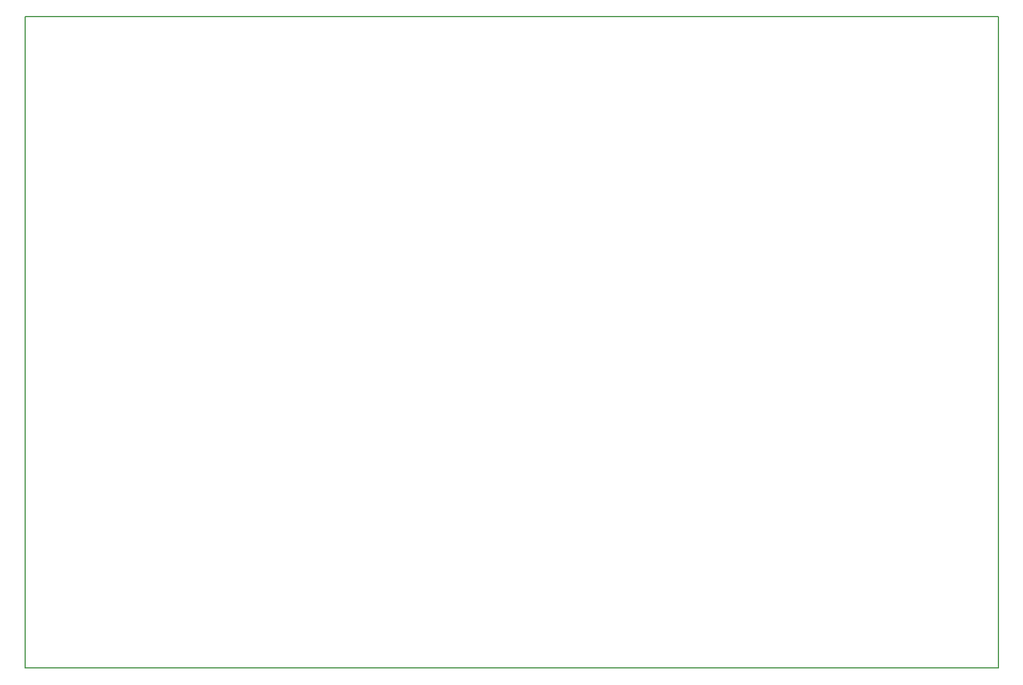
<source format=gm1>
G04 #@! TF.GenerationSoftware,KiCad,Pcbnew,(5.1.9-0-10_14)*
G04 #@! TF.CreationDate,2021-05-11T11:11:06-04:00*
G04 #@! TF.ProjectId,Cryologger GVMS,4372796f-6c6f-4676-9765-722047564d53,v2.0*
G04 #@! TF.SameCoordinates,Original*
G04 #@! TF.FileFunction,Profile,NP*
%FSLAX46Y46*%
G04 Gerber Fmt 4.6, Leading zero omitted, Abs format (unit mm)*
G04 Created by KiCad (PCBNEW (5.1.9-0-10_14)) date 2021-05-11 11:11:06*
%MOMM*%
%LPD*%
G01*
G04 APERTURE LIST*
G04 #@! TA.AperFunction,Profile*
%ADD10C,0.200000*%
G04 #@! TD*
G04 APERTURE END LIST*
D10*
X208940400Y-43180000D02*
X208940400Y-139700000D01*
X64770000Y-139700000D02*
X64770000Y-43180000D01*
X64770000Y-43180000D02*
X208940400Y-43180000D01*
X208940400Y-139700000D02*
X64770000Y-139700000D01*
M02*

</source>
